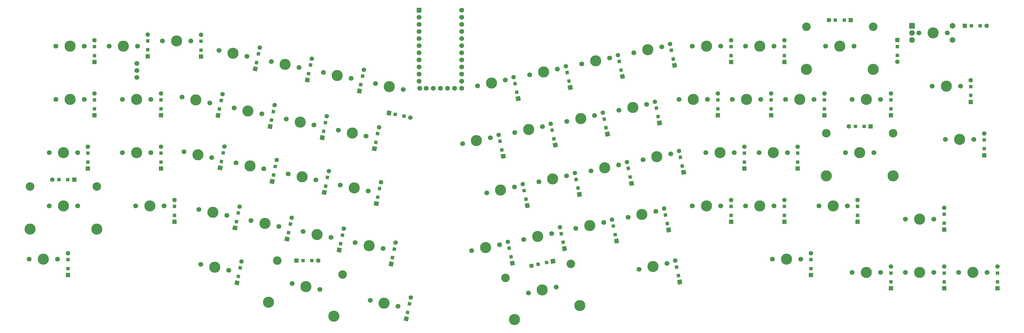
<source format=gts>
G04 #@! TF.GenerationSoftware,KiCad,Pcbnew,(5.1.10)-1*
G04 #@! TF.CreationDate,2021-10-05T17:03:10+03:00*
G04 #@! TF.ProjectId,kolibri,6b6f6c69-6272-4692-9e6b-696361645f70,rev?*
G04 #@! TF.SameCoordinates,Original*
G04 #@! TF.FileFunction,Soldermask,Top*
G04 #@! TF.FilePolarity,Negative*
%FSLAX46Y46*%
G04 Gerber Fmt 4.6, Leading zero omitted, Abs format (unit mm)*
G04 Created by KiCad (PCBNEW (5.1.10)-1) date 2021-10-05 17:03:10*
%MOMM*%
%LPD*%
G01*
G04 APERTURE LIST*
%ADD10C,0.200000*%
%ADD11C,3.987800*%
%ADD12C,1.750000*%
%ADD13C,0.100000*%
%ADD14C,1.600000*%
%ADD15R,1.600000X1.600000*%
%ADD16R,1.200000X1.200000*%
%ADD17C,3.048000*%
%ADD18R,1.752600X1.752600*%
%ADD19C,1.752600*%
%ADD20C,2.000000*%
%ADD21R,2.000000X2.000000*%
G04 APERTURE END LIST*
D10*
D11*
X436720000Y-153540000D03*
D12*
X431640000Y-153540000D03*
X441800000Y-153540000D03*
X247272475Y-173789201D03*
X237334495Y-171676819D03*
D11*
X242303485Y-172733010D03*
D13*
G36*
X244539603Y-231571054D02*
G01*
X243365825Y-231321560D01*
X243615319Y-230147782D01*
X244789097Y-230397276D01*
X244539603Y-231571054D01*
G37*
G36*
X243884681Y-234652218D02*
G01*
X242710903Y-234402724D01*
X242960397Y-233228946D01*
X244134175Y-233478440D01*
X243884681Y-234652218D01*
G37*
G36*
X243555333Y-237163623D02*
G01*
X241990297Y-236830965D01*
X242322955Y-235265929D01*
X243887991Y-235598587D01*
X243555333Y-237163623D01*
G37*
D14*
X244560856Y-228585224D03*
D11*
X125728750Y-196402500D03*
D12*
X120648750Y-196402500D03*
X130808750Y-196402500D03*
D14*
X342659199Y-157522509D03*
D13*
G36*
X345229758Y-165768250D02*
G01*
X343664722Y-166100908D01*
X343332064Y-164535872D01*
X344897100Y-164203214D01*
X345229758Y-165768250D01*
G37*
G36*
X344509152Y-163340009D02*
G01*
X343335374Y-163589503D01*
X343085880Y-162415725D01*
X344259658Y-162166231D01*
X344509152Y-163340009D01*
G37*
G36*
X343854230Y-160258845D02*
G01*
X342680452Y-160508339D01*
X342430958Y-159334561D01*
X343604736Y-159085067D01*
X343854230Y-160258845D01*
G37*
D14*
X155900000Y-154100000D03*
D15*
X155900000Y-161900000D03*
D16*
X155900000Y-159575000D03*
X155900000Y-156425000D03*
X174950000Y-156535000D03*
X174950000Y-159685000D03*
D15*
X174950000Y-162010000D03*
D14*
X174950000Y-154210000D03*
D13*
G36*
X195941953Y-161771912D02*
G01*
X194768175Y-161522418D01*
X195017669Y-160348640D01*
X196191447Y-160598134D01*
X195941953Y-161771912D01*
G37*
G36*
X195287031Y-164853076D02*
G01*
X194113253Y-164603582D01*
X194362747Y-163429804D01*
X195536525Y-163679298D01*
X195287031Y-164853076D01*
G37*
G36*
X194957683Y-167364481D02*
G01*
X193392647Y-167031823D01*
X193725305Y-165466787D01*
X195290341Y-165799445D01*
X194957683Y-167364481D01*
G37*
D14*
X195963206Y-158786082D03*
X214596918Y-162746798D03*
D13*
G36*
X213591395Y-171325197D02*
G01*
X212026359Y-170992539D01*
X212359017Y-169427503D01*
X213924053Y-169760161D01*
X213591395Y-171325197D01*
G37*
G36*
X213920743Y-168813792D02*
G01*
X212746965Y-168564298D01*
X212996459Y-167390520D01*
X214170237Y-167640014D01*
X213920743Y-168813792D01*
G37*
G36*
X214575665Y-165732628D02*
G01*
X213401887Y-165483134D01*
X213651381Y-164309356D01*
X214825159Y-164558850D01*
X214575665Y-165732628D01*
G37*
D14*
X233230629Y-166707516D03*
D13*
G36*
X232225106Y-175285915D02*
G01*
X230660070Y-174953257D01*
X230992728Y-173388221D01*
X232557764Y-173720879D01*
X232225106Y-175285915D01*
G37*
G36*
X232554454Y-172774510D02*
G01*
X231380676Y-172525016D01*
X231630170Y-171351238D01*
X232803948Y-171600732D01*
X232554454Y-172774510D01*
G37*
G36*
X233209376Y-169693346D02*
G01*
X232035598Y-169443852D01*
X232285092Y-168270074D01*
X233458870Y-168519568D01*
X233209376Y-169693346D01*
G37*
G36*
X246828946Y-183789603D02*
G01*
X247078440Y-182615825D01*
X248252218Y-182865319D01*
X248002724Y-184039097D01*
X246828946Y-183789603D01*
G37*
G36*
X243747782Y-183134681D02*
G01*
X243997276Y-181960903D01*
X245171054Y-182210397D01*
X244921560Y-183384175D01*
X243747782Y-183134681D01*
G37*
G36*
X241236377Y-182805333D02*
G01*
X241569035Y-181240297D01*
X243134071Y-181572955D01*
X242801413Y-183137991D01*
X241236377Y-182805333D01*
G37*
D14*
X249814776Y-183810856D03*
D13*
G36*
X287953095Y-172140999D02*
G01*
X286779317Y-172390493D01*
X286529823Y-171216715D01*
X287703601Y-170967221D01*
X287953095Y-172140999D01*
G37*
G36*
X288608017Y-175222163D02*
G01*
X287434239Y-175471657D01*
X287184745Y-174297879D01*
X288358523Y-174048385D01*
X288608017Y-175222163D01*
G37*
G36*
X289328623Y-177650404D02*
G01*
X287763587Y-177983062D01*
X287430929Y-176418026D01*
X288995965Y-176085368D01*
X289328623Y-177650404D01*
G37*
D14*
X286758064Y-169404663D03*
D13*
G36*
X306586806Y-168180281D02*
G01*
X305413028Y-168429775D01*
X305163534Y-167255997D01*
X306337312Y-167006503D01*
X306586806Y-168180281D01*
G37*
G36*
X307241728Y-171261445D02*
G01*
X306067950Y-171510939D01*
X305818456Y-170337161D01*
X306992234Y-170087667D01*
X307241728Y-171261445D01*
G37*
G36*
X307962334Y-173689686D02*
G01*
X306397298Y-174022344D01*
X306064640Y-172457308D01*
X307629676Y-172124650D01*
X307962334Y-173689686D01*
G37*
D14*
X305391775Y-165443945D03*
D13*
G36*
X325220518Y-164219563D02*
G01*
X324046740Y-164469057D01*
X323797246Y-163295279D01*
X324971024Y-163045785D01*
X325220518Y-164219563D01*
G37*
G36*
X325875440Y-167300727D02*
G01*
X324701662Y-167550221D01*
X324452168Y-166376443D01*
X325625946Y-166126949D01*
X325875440Y-167300727D01*
G37*
G36*
X326596046Y-169728968D02*
G01*
X325031010Y-170061626D01*
X324698352Y-168496590D01*
X326263388Y-168163932D01*
X326596046Y-169728968D01*
G37*
D14*
X324025487Y-161483227D03*
D16*
X160672500Y-196577500D03*
X160672500Y-199727500D03*
D15*
X160672500Y-202052500D03*
D14*
X160672500Y-194252500D03*
X344526787Y-235027895D03*
D13*
G36*
X347097346Y-243273636D02*
G01*
X345532310Y-243606294D01*
X345199652Y-242041258D01*
X346764688Y-241708600D01*
X347097346Y-243273636D01*
G37*
G36*
X346376740Y-240845395D02*
G01*
X345202962Y-241094889D01*
X344953468Y-239921111D01*
X346127246Y-239671617D01*
X346376740Y-240845395D01*
G37*
G36*
X345721818Y-237764231D02*
G01*
X344548040Y-238013725D01*
X344298546Y-236839947D01*
X345472324Y-236590453D01*
X345721818Y-237764231D01*
G37*
D14*
X189437190Y-235301287D03*
D13*
G36*
X188431667Y-243879686D02*
G01*
X186866631Y-243547028D01*
X187199289Y-241981992D01*
X188764325Y-242314650D01*
X188431667Y-243879686D01*
G37*
G36*
X188761015Y-241368281D02*
G01*
X187587237Y-241118787D01*
X187836731Y-239945009D01*
X189010509Y-240194503D01*
X188761015Y-241368281D01*
G37*
G36*
X189415937Y-238287117D02*
G01*
X188242159Y-238037623D01*
X188491653Y-236863845D01*
X189665431Y-237113339D01*
X189415937Y-238287117D01*
G37*
D14*
X284664933Y-228276335D03*
D13*
G36*
X287235492Y-236522076D02*
G01*
X285670456Y-236854734D01*
X285337798Y-235289698D01*
X286902834Y-234957040D01*
X287235492Y-236522076D01*
G37*
G36*
X286514886Y-234093835D02*
G01*
X285341108Y-234343329D01*
X285091614Y-233169551D01*
X286265392Y-232920057D01*
X286514886Y-234093835D01*
G37*
G36*
X285859964Y-231012671D02*
G01*
X284686186Y-231262165D01*
X284436692Y-230088387D01*
X285610470Y-229838893D01*
X285859964Y-231012671D01*
G37*
D14*
X399482500Y-149000000D03*
D15*
X407282500Y-149000000D03*
D16*
X404957500Y-149000000D03*
X401807500Y-149000000D03*
D14*
X421657500Y-175202500D03*
D15*
X421657500Y-183002500D03*
D16*
X421657500Y-180677500D03*
X421657500Y-177527500D03*
D13*
G36*
X207351939Y-222623944D02*
G01*
X206178161Y-222374450D01*
X206427655Y-221200672D01*
X207601433Y-221450166D01*
X207351939Y-222623944D01*
G37*
G36*
X206697017Y-225705108D02*
G01*
X205523239Y-225455614D01*
X205772733Y-224281836D01*
X206946511Y-224531330D01*
X206697017Y-225705108D01*
G37*
G36*
X206367669Y-228216513D02*
G01*
X204802633Y-227883855D01*
X205135291Y-226318819D01*
X206700327Y-226651477D01*
X206367669Y-228216513D01*
G37*
D14*
X207373192Y-219638114D03*
D16*
X134478750Y-196577500D03*
X134478750Y-199727500D03*
D15*
X134478750Y-202052500D03*
D14*
X134478750Y-194252500D03*
D16*
X378795000Y-177527500D03*
X378795000Y-180677500D03*
D15*
X378795000Y-183002500D03*
D14*
X378795000Y-175202500D03*
D13*
G36*
X341761100Y-219130519D02*
G01*
X340587322Y-219380013D01*
X340337828Y-218206235D01*
X341511606Y-217956741D01*
X341761100Y-219130519D01*
G37*
G36*
X342416022Y-222211683D02*
G01*
X341242244Y-222461177D01*
X340992750Y-221287399D01*
X342166528Y-221037905D01*
X342416022Y-222211683D01*
G37*
G36*
X343136628Y-224639924D02*
G01*
X341571592Y-224972582D01*
X341238934Y-223407546D01*
X342803970Y-223074888D01*
X343136628Y-224639924D01*
G37*
D14*
X340566069Y-216394183D03*
X393082500Y-232352500D03*
D15*
X393082500Y-240152500D03*
D16*
X393082500Y-237827500D03*
X393082500Y-234677500D03*
D14*
X127335000Y-232352500D03*
D15*
X127335000Y-240152500D03*
D16*
X127335000Y-237827500D03*
X127335000Y-234677500D03*
D14*
X202017054Y-199024043D03*
D13*
G36*
X201011531Y-207602442D02*
G01*
X199446495Y-207269784D01*
X199779153Y-205704748D01*
X201344189Y-206037406D01*
X201011531Y-207602442D01*
G37*
G36*
X201340879Y-205091037D02*
G01*
X200167101Y-204841543D01*
X200416595Y-203667765D01*
X201590373Y-203917259D01*
X201340879Y-205091037D01*
G37*
G36*
X201995801Y-202009873D02*
G01*
X200822023Y-201760379D01*
X201071517Y-200586601D01*
X202245295Y-200836095D01*
X201995801Y-202009873D01*
G37*
D14*
X454995000Y-189490000D03*
D15*
X454995000Y-197290000D03*
D16*
X454995000Y-194965000D03*
X454995000Y-191815000D03*
D14*
X364507500Y-213302500D03*
D15*
X364507500Y-221102500D03*
D16*
X364507500Y-218777500D03*
X364507500Y-215627500D03*
D14*
X440707500Y-237115000D03*
D15*
X440707500Y-244915000D03*
D16*
X440707500Y-242590000D03*
X440707500Y-239440000D03*
D13*
G36*
X201298091Y-182385982D02*
G01*
X200124313Y-182136488D01*
X200373807Y-180962710D01*
X201547585Y-181212204D01*
X201298091Y-182385982D01*
G37*
G36*
X200643169Y-185467146D02*
G01*
X199469391Y-185217652D01*
X199718885Y-184043874D01*
X200892663Y-184293368D01*
X200643169Y-185467146D01*
G37*
G36*
X200313821Y-187978551D02*
G01*
X198748785Y-187645893D01*
X199081443Y-186080857D01*
X200646479Y-186413515D01*
X200313821Y-187978551D01*
G37*
D14*
X201319344Y-179400152D03*
D16*
X408951250Y-187000000D03*
X412101250Y-187000000D03*
D15*
X414426250Y-187000000D03*
D14*
X406626250Y-187000000D03*
X383557500Y-156152500D03*
D15*
X383557500Y-163952500D03*
D16*
X383557500Y-161627500D03*
X383557500Y-158477500D03*
D14*
X136860000Y-156152500D03*
D15*
X136860000Y-163952500D03*
D16*
X136860000Y-161627500D03*
X136860000Y-158477500D03*
D13*
G36*
X220629513Y-205970591D02*
G01*
X219455735Y-205721097D01*
X219705229Y-204547319D01*
X220879007Y-204796813D01*
X220629513Y-205970591D01*
G37*
G36*
X219974591Y-209051755D02*
G01*
X218800813Y-208802261D01*
X219050307Y-207628483D01*
X220224085Y-207877977D01*
X219974591Y-209051755D01*
G37*
G36*
X219645243Y-211563160D02*
G01*
X218080207Y-211230502D01*
X218412865Y-209665466D01*
X219977901Y-209998124D01*
X219645243Y-211563160D01*
G37*
D14*
X220650766Y-202984761D03*
D13*
G36*
X249975500Y-251159450D02*
G01*
X248801722Y-250909956D01*
X249051216Y-249736178D01*
X250224994Y-249985672D01*
X249975500Y-251159450D01*
G37*
G36*
X249320578Y-254240614D02*
G01*
X248146800Y-253991120D01*
X248396294Y-252817342D01*
X249570072Y-253066836D01*
X249320578Y-254240614D01*
G37*
G36*
X248991230Y-256752019D02*
G01*
X247426194Y-256419361D01*
X247758852Y-254854325D01*
X249323888Y-255186983D01*
X248991230Y-256752019D01*
G37*
D14*
X249996753Y-248173620D03*
D13*
G36*
X239263224Y-209931308D02*
G01*
X238089446Y-209681814D01*
X238338940Y-208508036D01*
X239512718Y-208757530D01*
X239263224Y-209931308D01*
G37*
G36*
X238608302Y-213012472D02*
G01*
X237434524Y-212762978D01*
X237684018Y-211589200D01*
X238857796Y-211838694D01*
X238608302Y-213012472D01*
G37*
G36*
X238278954Y-215523877D02*
G01*
X236713918Y-215191219D01*
X237046576Y-213626183D01*
X238611612Y-213958841D01*
X238278954Y-215523877D01*
G37*
D14*
X239284477Y-206945478D03*
X290021071Y-207662265D03*
D13*
G36*
X292591630Y-215908006D02*
G01*
X291026594Y-216240664D01*
X290693936Y-214675628D01*
X292258972Y-214342970D01*
X292591630Y-215908006D01*
G37*
G36*
X291871024Y-213479765D02*
G01*
X290697246Y-213729259D01*
X290447752Y-212555481D01*
X291621530Y-212305987D01*
X291871024Y-213479765D01*
G37*
G36*
X291216102Y-210398601D02*
G01*
X290042324Y-210648095D01*
X289792830Y-209474317D01*
X290966608Y-209224823D01*
X291216102Y-210398601D01*
G37*
D14*
X318669349Y-182097297D03*
D13*
G36*
X321239908Y-190343038D02*
G01*
X319674872Y-190675696D01*
X319342214Y-189110660D01*
X320907250Y-188778002D01*
X321239908Y-190343038D01*
G37*
G36*
X320519302Y-187914797D02*
G01*
X319345524Y-188164291D01*
X319096030Y-186990513D01*
X320269808Y-186741019D01*
X320519302Y-187914797D01*
G37*
G36*
X319864380Y-184833633D02*
G01*
X318690602Y-185083127D01*
X318441108Y-183909349D01*
X319614886Y-183659855D01*
X319864380Y-184833633D01*
G37*
D14*
X308654783Y-203701547D03*
D13*
G36*
X311225342Y-211947288D02*
G01*
X309660306Y-212279946D01*
X309327648Y-210714910D01*
X310892684Y-210382252D01*
X311225342Y-211947288D01*
G37*
G36*
X310504736Y-209519047D02*
G01*
X309330958Y-209768541D01*
X309081464Y-208594763D01*
X310255242Y-208345269D01*
X310504736Y-209519047D01*
G37*
G36*
X309849814Y-206437883D02*
G01*
X308676036Y-206687377D01*
X308426542Y-205513599D01*
X309600320Y-205264105D01*
X309849814Y-206437883D01*
G37*
G36*
X328483526Y-202477165D02*
G01*
X327309748Y-202726659D01*
X327060254Y-201552881D01*
X328234032Y-201303387D01*
X328483526Y-202477165D01*
G37*
G36*
X329138448Y-205558329D02*
G01*
X327964670Y-205807823D01*
X327715176Y-204634045D01*
X328888954Y-204384551D01*
X329138448Y-205558329D01*
G37*
G36*
X329859054Y-207986570D02*
G01*
X328294018Y-208319228D01*
X327961360Y-206754192D01*
X329526396Y-206421534D01*
X329859054Y-207986570D01*
G37*
D14*
X327288495Y-199740829D03*
D13*
G36*
X347117238Y-198516447D02*
G01*
X345943460Y-198765941D01*
X345693966Y-197592163D01*
X346867744Y-197342669D01*
X347117238Y-198516447D01*
G37*
G36*
X347772160Y-201597611D02*
G01*
X346598382Y-201847105D01*
X346348888Y-200673327D01*
X347522666Y-200423833D01*
X347772160Y-201597611D01*
G37*
G36*
X348492766Y-204025852D02*
G01*
X346927730Y-204358510D01*
X346595072Y-202793474D01*
X348160108Y-202460816D01*
X348492766Y-204025852D01*
G37*
D14*
X345922207Y-195780111D03*
D16*
X421657500Y-239440000D03*
X421657500Y-242590000D03*
D15*
X421657500Y-244915000D03*
D14*
X421657500Y-237115000D03*
D13*
G36*
X323127388Y-223091237D02*
G01*
X321953610Y-223340731D01*
X321704116Y-222166953D01*
X322877894Y-221917459D01*
X323127388Y-223091237D01*
G37*
G36*
X323782310Y-226172401D02*
G01*
X322608532Y-226421895D01*
X322359038Y-225248117D01*
X323532816Y-224998623D01*
X323782310Y-226172401D01*
G37*
G36*
X324502916Y-228600642D02*
G01*
X322937880Y-228933300D01*
X322605222Y-227368264D01*
X324170258Y-227035606D01*
X324502916Y-228600642D01*
G37*
D14*
X321932357Y-220354901D03*
X364507500Y-156152500D03*
D15*
X364507500Y-163952500D03*
D16*
X364507500Y-161627500D03*
X364507500Y-158477500D03*
D13*
G36*
X304493676Y-225821560D02*
G01*
X303319898Y-226071054D01*
X303070404Y-224897276D01*
X304244182Y-224647782D01*
X304493676Y-225821560D01*
G37*
G36*
X305148598Y-228902724D02*
G01*
X303974820Y-229152218D01*
X303725326Y-227978440D01*
X304899104Y-227728946D01*
X305148598Y-228902724D01*
G37*
G36*
X305869204Y-231330965D02*
G01*
X304304168Y-231663623D01*
X303971510Y-230098587D01*
X305536546Y-229765929D01*
X305869204Y-231330965D01*
G37*
D14*
X303298645Y-223085224D03*
X337303061Y-178136579D03*
D13*
G36*
X339873620Y-186382320D02*
G01*
X338308584Y-186714978D01*
X337975926Y-185149942D01*
X339540962Y-184817284D01*
X339873620Y-186382320D01*
G37*
G36*
X339153014Y-183954079D02*
G01*
X337979236Y-184203573D01*
X337729742Y-183029795D01*
X338903520Y-182780301D01*
X339153014Y-183954079D01*
G37*
G36*
X338498092Y-180872915D02*
G01*
X337324314Y-181122409D01*
X337074820Y-179948631D01*
X338248598Y-179699137D01*
X338498092Y-180872915D01*
G37*
D16*
X397845000Y-177527500D03*
X397845000Y-180677500D03*
D15*
X397845000Y-183002500D03*
D14*
X397845000Y-175202500D03*
X359745000Y-175202500D03*
D15*
X359745000Y-183002500D03*
D16*
X359745000Y-180677500D03*
X359745000Y-177527500D03*
D14*
X450232500Y-170440000D03*
D15*
X450232500Y-178240000D03*
D16*
X450232500Y-175915000D03*
X450232500Y-172765000D03*
D14*
X424000000Y-163900000D03*
D15*
X424000000Y-156100000D03*
D16*
X424000000Y-158425000D03*
X424000000Y-161575000D03*
X160672500Y-177527500D03*
X160672500Y-180677500D03*
D15*
X160672500Y-183002500D03*
D14*
X160672500Y-175202500D03*
X388320000Y-194252500D03*
D15*
X388320000Y-202052500D03*
D16*
X388320000Y-199727500D03*
X388320000Y-196577500D03*
D13*
G36*
X219931803Y-186346700D02*
G01*
X218758025Y-186097206D01*
X219007519Y-184923428D01*
X220181297Y-185172922D01*
X219931803Y-186346700D01*
G37*
G36*
X219276881Y-189427864D02*
G01*
X218103103Y-189178370D01*
X218352597Y-188004592D01*
X219526375Y-188254086D01*
X219276881Y-189427864D01*
G37*
G36*
X218947533Y-191939269D02*
G01*
X217382497Y-191606611D01*
X217715155Y-190041575D01*
X219280191Y-190374233D01*
X218947533Y-191939269D01*
G37*
D14*
X219953056Y-183360870D03*
D16*
X459757500Y-239440000D03*
X459757500Y-242590000D03*
D15*
X459757500Y-244915000D03*
D14*
X459757500Y-237115000D03*
X183383342Y-194185224D03*
D13*
G36*
X182377819Y-202763623D02*
G01*
X180812783Y-202430965D01*
X181145441Y-200865929D01*
X182710477Y-201198587D01*
X182377819Y-202763623D01*
G37*
G36*
X182707167Y-200252218D02*
G01*
X181533389Y-200002724D01*
X181782883Y-198828946D01*
X182956661Y-199078440D01*
X182707167Y-200252218D01*
G37*
G36*
X183362089Y-197171054D02*
G01*
X182188311Y-196921560D01*
X182437805Y-195747782D01*
X183611583Y-195997276D01*
X183362089Y-197171054D01*
G37*
D14*
X369270000Y-194252500D03*
D15*
X369270000Y-202052500D03*
D16*
X369270000Y-199727500D03*
X369270000Y-196577500D03*
D14*
X409751250Y-213302500D03*
D15*
X409751250Y-221102500D03*
D16*
X409751250Y-218777500D03*
X409751250Y-215627500D03*
X124153750Y-206000000D03*
X127303750Y-206000000D03*
D15*
X129628750Y-206000000D03*
D14*
X121828750Y-206000000D03*
X383557500Y-213302500D03*
D15*
X383557500Y-221102500D03*
D16*
X383557500Y-218777500D03*
X383557500Y-215627500D03*
D14*
X293176230Y-236810856D03*
D13*
G36*
X301421971Y-234240297D02*
G01*
X301754629Y-235805333D01*
X300189593Y-236137991D01*
X299856935Y-234572955D01*
X301421971Y-234240297D01*
G37*
G36*
X298993730Y-234960903D02*
G01*
X299243224Y-236134681D01*
X298069446Y-236384175D01*
X297819952Y-235210397D01*
X298993730Y-234960903D01*
G37*
G36*
X295912566Y-235615825D02*
G01*
X296162060Y-236789603D01*
X294988282Y-237039097D01*
X294738788Y-235865319D01*
X295912566Y-235615825D01*
G37*
D16*
X214575000Y-235000000D03*
X211425000Y-235000000D03*
D15*
X209100000Y-235000000D03*
D14*
X216900000Y-235000000D03*
D13*
G36*
X238565514Y-190307418D02*
G01*
X237391736Y-190057924D01*
X237641230Y-188884146D01*
X238815008Y-189133640D01*
X238565514Y-190307418D01*
G37*
G36*
X237910592Y-193388582D02*
G01*
X236736814Y-193139088D01*
X236986308Y-191965310D01*
X238160086Y-192214804D01*
X237910592Y-193388582D01*
G37*
G36*
X237581244Y-195899987D02*
G01*
X236016208Y-195567329D01*
X236348866Y-194002293D01*
X237913902Y-194334951D01*
X237581244Y-195899987D01*
G37*
D14*
X238586767Y-187321588D03*
D16*
X136860000Y-177527500D03*
X136860000Y-180677500D03*
D15*
X136860000Y-183002500D03*
D14*
X136860000Y-175202500D03*
X300035637Y-186058014D03*
D13*
G36*
X302606196Y-194303755D02*
G01*
X301041160Y-194636413D01*
X300708502Y-193071377D01*
X302273538Y-192738719D01*
X302606196Y-194303755D01*
G37*
G36*
X301885590Y-191875514D02*
G01*
X300711812Y-192125008D01*
X300462318Y-190951230D01*
X301636096Y-190701736D01*
X301885590Y-191875514D01*
G37*
G36*
X301230668Y-188794350D02*
G01*
X300056890Y-189043844D01*
X299807396Y-187870066D01*
X300981174Y-187620572D01*
X301230668Y-188794350D01*
G37*
D16*
X440707500Y-218425000D03*
X440707500Y-221575000D03*
D15*
X440707500Y-223900000D03*
D14*
X440707500Y-216100000D03*
X226006904Y-223598832D03*
D13*
G36*
X225001381Y-232177231D02*
G01*
X223436345Y-231844573D01*
X223769003Y-230279537D01*
X225334039Y-230612195D01*
X225001381Y-232177231D01*
G37*
G36*
X225330729Y-229665826D02*
G01*
X224156951Y-229416332D01*
X224406445Y-228242554D01*
X225580223Y-228492048D01*
X225330729Y-229665826D01*
G37*
G36*
X225985651Y-226584662D02*
G01*
X224811873Y-226335168D01*
X225061367Y-225161390D01*
X226235145Y-225410884D01*
X225985651Y-226584662D01*
G37*
G36*
X182664379Y-178425264D02*
G01*
X181490601Y-178175770D01*
X181740095Y-177001992D01*
X182913873Y-177251486D01*
X182664379Y-178425264D01*
G37*
G36*
X182009457Y-181506428D02*
G01*
X180835679Y-181256934D01*
X181085173Y-180083156D01*
X182258951Y-180332650D01*
X182009457Y-181506428D01*
G37*
G36*
X181680109Y-184017833D02*
G01*
X180115073Y-183685175D01*
X180447731Y-182120139D01*
X182012767Y-182452797D01*
X181680109Y-184017833D01*
G37*
D14*
X182685632Y-175439434D03*
D13*
G36*
X188718227Y-218663226D02*
G01*
X187544449Y-218413732D01*
X187793943Y-217239954D01*
X188967721Y-217489448D01*
X188718227Y-218663226D01*
G37*
G36*
X188063305Y-221744390D02*
G01*
X186889527Y-221494896D01*
X187139021Y-220321118D01*
X188312799Y-220570612D01*
X188063305Y-221744390D01*
G37*
G36*
X187733957Y-224255795D02*
G01*
X186168921Y-223923137D01*
X186501579Y-222358101D01*
X188066615Y-222690759D01*
X187733957Y-224255795D01*
G37*
D14*
X188739480Y-215677396D03*
D13*
G36*
X282596957Y-192755068D02*
G01*
X281423179Y-193004562D01*
X281173685Y-191830784D01*
X282347463Y-191581290D01*
X282596957Y-192755068D01*
G37*
G36*
X283251879Y-195836232D02*
G01*
X282078101Y-196085726D01*
X281828607Y-194911948D01*
X283002385Y-194662454D01*
X283251879Y-195836232D01*
G37*
G36*
X283972485Y-198264473D02*
G01*
X282407449Y-198597131D01*
X282074791Y-197032095D01*
X283639827Y-196699437D01*
X283972485Y-198264473D01*
G37*
D14*
X281401926Y-190018732D03*
D16*
X165435000Y-215627500D03*
X165435000Y-218777500D03*
D15*
X165435000Y-221102500D03*
D14*
X165435000Y-213302500D03*
D12*
X339689045Y-158531094D03*
X329751065Y-160643476D03*
D11*
X334720055Y-159587285D03*
X147160000Y-158302500D03*
D12*
X142080000Y-158302500D03*
X152240000Y-158302500D03*
X171290000Y-156397500D03*
X161130000Y-156397500D03*
D11*
X166210000Y-156397500D03*
X186402350Y-160850858D03*
D12*
X181433360Y-159794667D03*
X191371340Y-161907049D03*
X210005052Y-165867765D03*
X200067072Y-163755383D03*
D11*
X205036062Y-164811574D03*
X223669773Y-168772292D03*
D12*
X218700783Y-167716101D03*
X228638763Y-169828483D03*
D11*
X278818920Y-171469439D03*
D12*
X273849930Y-172525630D03*
X283787910Y-170413248D03*
X302421621Y-166452530D03*
X292483641Y-168564912D03*
D11*
X297452631Y-167508721D03*
X316086343Y-163548003D03*
D12*
X311117353Y-164604194D03*
X321055333Y-162491812D03*
D11*
X151922500Y-196402500D03*
D12*
X146842500Y-196402500D03*
X157002500Y-196402500D03*
D11*
X336587643Y-237092671D03*
D12*
X331618653Y-238148862D03*
X341556633Y-236036480D03*
X184845324Y-238422254D03*
X174907344Y-236309872D03*
D11*
X179876334Y-237366063D03*
X276725789Y-230341111D03*
D12*
X271756799Y-231397302D03*
X281694779Y-229284920D03*
D11*
X235079759Y-229624326D03*
D12*
X230110769Y-228568135D03*
X240048749Y-230680517D03*
D11*
X403382500Y-158302500D03*
D12*
X398302500Y-158302500D03*
X408462500Y-158302500D03*
D17*
X391444500Y-151317500D03*
X415320500Y-151317500D03*
D11*
X391444500Y-166557500D03*
X415320500Y-166557500D03*
D12*
X417987500Y-177352500D03*
X407827500Y-177352500D03*
D11*
X412907500Y-177352500D03*
X197812336Y-221702890D03*
D12*
X192843346Y-220646699D03*
X202781326Y-222759081D03*
X375125000Y-177352500D03*
X364965000Y-177352500D03*
D11*
X370045000Y-177352500D03*
D12*
X337595915Y-217402768D03*
X327657935Y-219515150D03*
D11*
X332626925Y-218458959D03*
X384332500Y-234502500D03*
D12*
X379252500Y-234502500D03*
X389412500Y-234502500D03*
X123665000Y-234502500D03*
X113505000Y-234502500D03*
D11*
X118585000Y-234502500D03*
X192456198Y-201088819D03*
D12*
X187487208Y-200032628D03*
X197425188Y-202145010D03*
D11*
X446245000Y-191640000D03*
D12*
X441165000Y-191640000D03*
X451325000Y-191640000D03*
X360837500Y-215452500D03*
X350677500Y-215452500D03*
D11*
X355757500Y-215452500D03*
X431957500Y-239265000D03*
D12*
X426877500Y-239265000D03*
X437037500Y-239265000D03*
X196727478Y-182521119D03*
X186789498Y-180408737D03*
D11*
X191758488Y-181464928D03*
X410526250Y-196402500D03*
D12*
X405446250Y-196402500D03*
X415606250Y-196402500D03*
D17*
X398588250Y-189417500D03*
X422464250Y-189417500D03*
D11*
X398588250Y-204657500D03*
X422464250Y-204657500D03*
D12*
X379887500Y-158302500D03*
X369727500Y-158302500D03*
D11*
X374807500Y-158302500D03*
D12*
X133190000Y-158302500D03*
X123030000Y-158302500D03*
D11*
X128110000Y-158302500D03*
D12*
X216058900Y-206105728D03*
X206120920Y-203993346D03*
D11*
X211089910Y-205049537D03*
D12*
X245404887Y-251294587D03*
X235466907Y-249182205D03*
D11*
X240435897Y-250238396D03*
X229723621Y-209010254D03*
D12*
X224754631Y-207954063D03*
X234692611Y-210066445D03*
X287050917Y-208670850D03*
X277112937Y-210783232D03*
D11*
X282081927Y-209727041D03*
X310730205Y-184162073D03*
D12*
X305761215Y-185218264D03*
X315699195Y-183105882D03*
D11*
X300715639Y-205766323D03*
D12*
X295746649Y-206822514D03*
X305684629Y-204710132D03*
X324318341Y-200749414D03*
X314380361Y-202861796D03*
D11*
X319349351Y-201805605D03*
X337983063Y-197844887D03*
D12*
X333014073Y-198901078D03*
X342952053Y-196788696D03*
X417987500Y-239265000D03*
X407827500Y-239265000D03*
D11*
X412907500Y-239265000D03*
D12*
X318962203Y-221363486D03*
X309024223Y-223475868D03*
D11*
X313993213Y-222419677D03*
X355757500Y-158302500D03*
D12*
X350677500Y-158302500D03*
X360837500Y-158302500D03*
X300328491Y-225324202D03*
X290390511Y-227436584D03*
D11*
X295359501Y-226380393D03*
D12*
X334332907Y-179145164D03*
X324394927Y-181257546D03*
D11*
X329363917Y-180201355D03*
X389095000Y-177352500D03*
D12*
X384015000Y-177352500D03*
X394175000Y-177352500D03*
D11*
X350995000Y-177352500D03*
D12*
X345915000Y-177352500D03*
X356075000Y-177352500D03*
X446562500Y-172590000D03*
X436402500Y-172590000D03*
D11*
X441482500Y-172590000D03*
D12*
X157002500Y-177352500D03*
X146842500Y-177352500D03*
D11*
X151922500Y-177352500D03*
D12*
X384650000Y-196402500D03*
X374490000Y-196402500D03*
D11*
X379570000Y-196402500D03*
X210392200Y-185425646D03*
D12*
X205423210Y-184369455D03*
X215361190Y-186481837D03*
X456087500Y-239265000D03*
X445927500Y-239265000D03*
D11*
X451007500Y-239265000D03*
D12*
X178791476Y-198184292D03*
X168853496Y-196071910D03*
D11*
X173822486Y-197128101D03*
D12*
X365600000Y-196402500D03*
X355440000Y-196402500D03*
D11*
X360520000Y-196402500D03*
D12*
X406081250Y-215452500D03*
X395921250Y-215452500D03*
D11*
X401001250Y-215452500D03*
X137666750Y-223707500D03*
X113790750Y-223707500D03*
D17*
X137666750Y-208467500D03*
X113790750Y-208467500D03*
D12*
X130808750Y-215452500D03*
X120648750Y-215452500D03*
D11*
X125728750Y-215452500D03*
D12*
X379887500Y-215452500D03*
X369727500Y-215452500D03*
D11*
X374807500Y-215452500D03*
X296991006Y-245509195D03*
D12*
X292022016Y-246565386D03*
X301959996Y-244453004D03*
D17*
X283861617Y-241158884D03*
X307215869Y-236194784D03*
D11*
X287030191Y-256065853D03*
X310384443Y-251101754D03*
X222446145Y-254853978D03*
X199091893Y-249889879D03*
D17*
X225614719Y-239947009D03*
X202260467Y-234982909D03*
D12*
X217454320Y-245353511D03*
X207516340Y-243241129D03*
D11*
X212485330Y-244297320D03*
D12*
X233994901Y-190442555D03*
X224056921Y-188330173D03*
D11*
X229025911Y-189386364D03*
X128110000Y-177352500D03*
D12*
X123030000Y-177352500D03*
X133190000Y-177352500D03*
D11*
X292096493Y-188122790D03*
D12*
X287127503Y-189178981D03*
X297065483Y-187066599D03*
D11*
X431957500Y-220215000D03*
D12*
X426877500Y-220215000D03*
X437037500Y-220215000D03*
D11*
X216446048Y-225663608D03*
D12*
X211477058Y-224607417D03*
X221415038Y-226719799D03*
D11*
X173124776Y-177504210D03*
D12*
X168155786Y-176448019D03*
X178093766Y-178560401D03*
X184147614Y-218798363D03*
X174209634Y-216685981D03*
D11*
X179178624Y-217742172D03*
X273462782Y-192083508D03*
D12*
X268493792Y-193139699D03*
X278431772Y-191027317D03*
D11*
X156685000Y-215452500D03*
D12*
X151605000Y-215452500D03*
X161765000Y-215452500D03*
D18*
X252930000Y-145430000D03*
D19*
X252930000Y-147970000D03*
X252930000Y-150510000D03*
X252930000Y-153050000D03*
X252930000Y-155590000D03*
X252930000Y-158130000D03*
X252930000Y-160670000D03*
X252930000Y-163210000D03*
X252930000Y-165750000D03*
X252930000Y-168290000D03*
X252930000Y-170830000D03*
X268170000Y-173370000D03*
X268170000Y-170830000D03*
X268170000Y-168290000D03*
X268170000Y-165750000D03*
X268170000Y-163210000D03*
X268170000Y-160670000D03*
X268170000Y-158130000D03*
X268170000Y-155590000D03*
X268170000Y-153050000D03*
X268170000Y-150510000D03*
X268170000Y-147970000D03*
X253158600Y-173370000D03*
X268170000Y-145430000D03*
X265630000Y-173370000D03*
X263090000Y-173370000D03*
X260550000Y-173370000D03*
X258010000Y-173370000D03*
X255470000Y-173370000D03*
D20*
X443720000Y-156040000D03*
X443720000Y-151040000D03*
X429220000Y-156040000D03*
X429220000Y-153540000D03*
D21*
X429220000Y-151040000D03*
D14*
X455900000Y-151000000D03*
D15*
X448100000Y-151000000D03*
D16*
X450425000Y-151000000D03*
X453575000Y-151000000D03*
D12*
X152000000Y-169500000D03*
X152000000Y-167000000D03*
X152000000Y-164500000D03*
M02*

</source>
